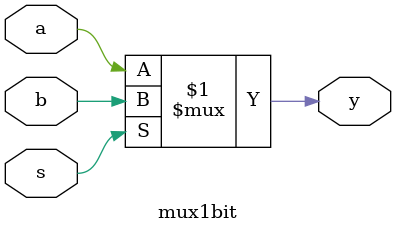
<source format=sv>
module mux1bit (input logic a, b,
                input logic s,
                output logic y);

assign y = s ? b : a;

endmodule

</source>
